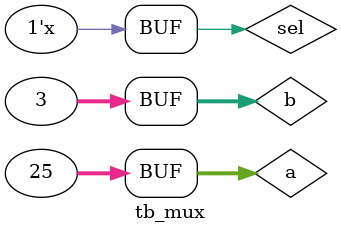
<source format=v>
`timescale 1ns / 1ps


module tb_mux;

	// Inputs
	reg [31:0] a;
	reg [31:0] b;
	reg sel;

	// Outputs
	wire [31:0] y;

	// Instantiate the Unit Under Test (UUT)
	mux uut (
		.y(y), 
		.a(a), 
		.b(b), 
		.sel(sel)
	);

	initial begin
        $dumpfile("tb_mux.vcd");
        $dumpvars(0, tb_mux);
		// Initialize Inputs
		a = 0;
		b = 0;
		sel = 0;

		// Wait 100 ns for global reset to finish
		#100;
      
		a = 1;
		b = 2;
		sel = 0;
		#100;
		
		a = 5;
		b = 0;
		sel = 1;
		#100;
		
		
		a = 10;
		b = 1;
		sel = 1;
		#100;
		
		
		a = 25;
		b = 3;
		sel = 0;
		#100;
		
		sel = 1'bx;
		#100;	
	end
      
endmodule


</source>
